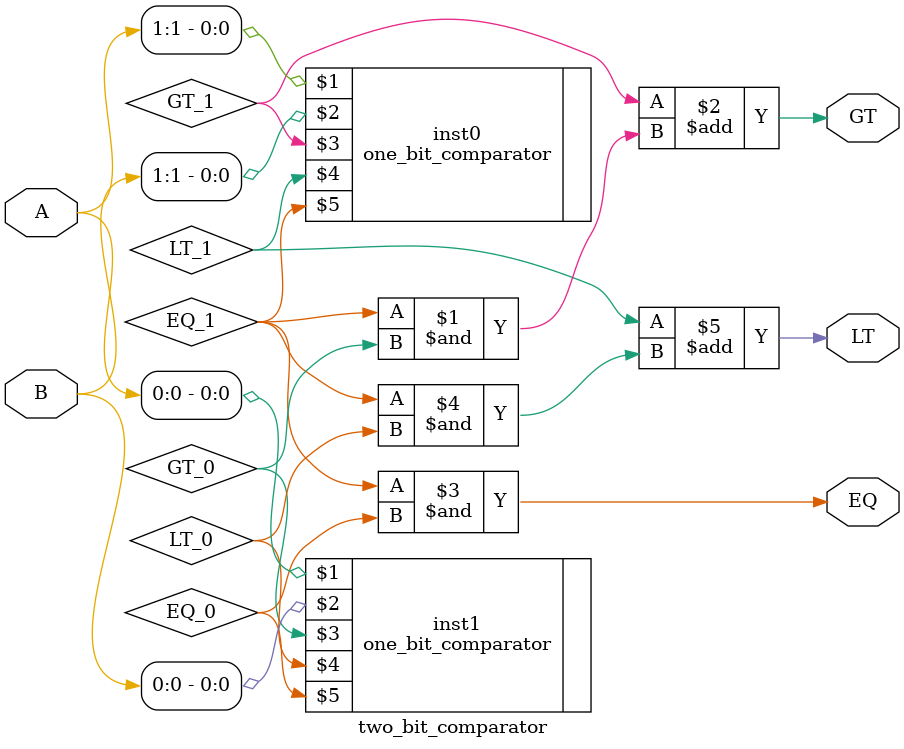
<source format=v>
module two_bit_comparator (A, B, LT, GT, EQ); // define module name and inputs and outputs
	
	input [1:0] A,B;     // assign inputs
	output GT, LT, EQ;  // assign outputs 
	wire EQ_1, EQ_0 ,LT_1 ,LT_0, GT_1, GT_0; //assign wires 
	
	one_bit_comparator inst0 (A[1], B[1], GT_1, LT_1, EQ_1); //call module one__bit_comparator to compare most significant bit
	
	one_bit_comparator inst1 (A[0], B[0], GT_0, LT_0, EQ_0); //call module one__bit_comparator to compare least significant bit
	
	
	//compare LSB bit and MSB bits
	
	assign GT = GT_1 + (EQ_1 & GT_0); //assigns Greater than value "GT" to the function GT_1 + (EQ_1 & GT_0)
	assign EQ = (EQ_1 & EQ_0); //assigns Equal to value "EQ to the function (EQ_1 & EQ_0)
	assign LT = LT_1 + (EQ_1 & LT_0);//assigns Less than value "LT" to the function LT_1 + (EQ_1 & LT_0)
	
	
	
	
endmodule //module now ended


</source>
